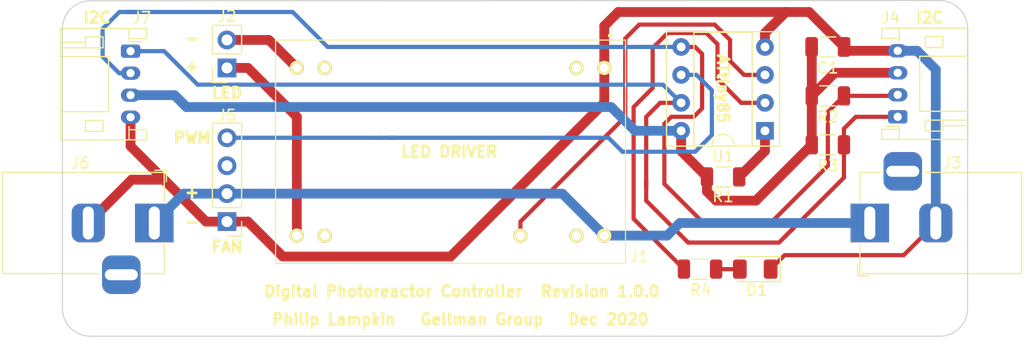
<source format=kicad_pcb>
(kicad_pcb (version 20171130) (host pcbnew "(5.1.8-0-10_14)")

  (general
    (thickness 1.6)
    (drawings 22)
    (tracks 138)
    (zones 0)
    (modules 16)
    (nets 18)
  )

  (page A4)
  (layers
    (0 F.Cu signal)
    (31 B.Cu signal)
    (32 B.Adhes user)
    (33 F.Adhes user)
    (34 B.Paste user)
    (35 F.Paste user)
    (36 B.SilkS user)
    (37 F.SilkS user)
    (38 B.Mask user)
    (39 F.Mask user)
    (40 Dwgs.User user)
    (41 Cmts.User user)
    (42 Eco1.User user)
    (43 Eco2.User user)
    (44 Edge.Cuts user)
    (45 Margin user)
    (46 B.CrtYd user hide)
    (47 F.CrtYd user hide)
    (48 B.Fab user)
    (49 F.Fab user hide)
  )

  (setup
    (last_trace_width 0.25)
    (user_trace_width 0.381)
    (user_trace_width 0.889)
    (trace_clearance 0.2)
    (zone_clearance 0.508)
    (zone_45_only no)
    (trace_min 0.2)
    (via_size 0.8)
    (via_drill 0.4)
    (via_min_size 0.4)
    (via_min_drill 0.3)
    (uvia_size 0.3)
    (uvia_drill 0.1)
    (uvias_allowed no)
    (uvia_min_size 0.2)
    (uvia_min_drill 0.1)
    (edge_width 0.1)
    (segment_width 0.2)
    (pcb_text_width 0.3)
    (pcb_text_size 1.5 1.5)
    (mod_edge_width 0.15)
    (mod_text_size 1 1)
    (mod_text_width 0.15)
    (pad_size 1.524 1.524)
    (pad_drill 0.762)
    (pad_to_mask_clearance 0)
    (aux_axis_origin 0 0)
    (visible_elements FFFFFF7F)
    (pcbplotparams
      (layerselection 0x010fc_ffffffff)
      (usegerberextensions false)
      (usegerberattributes true)
      (usegerberadvancedattributes true)
      (creategerberjobfile true)
      (excludeedgelayer true)
      (linewidth 0.100000)
      (plotframeref false)
      (viasonmask false)
      (mode 1)
      (useauxorigin false)
      (hpglpennumber 1)
      (hpglpenspeed 20)
      (hpglpendiameter 15.000000)
      (psnegative false)
      (psa4output false)
      (plotreference true)
      (plotvalue true)
      (plotinvisibletext false)
      (padsonsilk false)
      (subtractmaskfromsilk false)
      (outputformat 1)
      (mirror false)
      (drillshape 1)
      (scaleselection 1)
      (outputdirectory ""))
  )

  (net 0 "")
  (net 1 GND)
  (net 2 +12V)
  (net 3 +5V)
  (net 4 SDA)
  (net 5 SCL)
  (net 6 PWM_LED)
  (net 7 PWM_FAN)
  (net 8 "Net-(J1-Pad13)")
  (net 9 "Net-(J1-Pad12)")
  (net 10 "Net-(R1-Pad2)")
  (net 11 "Net-(J1-Pad23)")
  (net 12 "Net-(J1-Pad14)")
  (net 13 "Net-(J1-Pad11)")
  (net 14 "Net-(J1-Pad2)")
  (net 15 "Net-(J5-Pad3)")
  (net 16 INDICATOR)
  (net 17 "Net-(D1-Pad2)")

  (net_class Default "This is the default net class."
    (clearance 0.2)
    (trace_width 0.25)
    (via_dia 0.8)
    (via_drill 0.4)
    (uvia_dia 0.3)
    (uvia_drill 0.1)
    (add_net +12V)
    (add_net +5V)
    (add_net GND)
    (add_net INDICATOR)
    (add_net "Net-(D1-Pad2)")
    (add_net "Net-(J1-Pad11)")
    (add_net "Net-(J1-Pad12)")
    (add_net "Net-(J1-Pad13)")
    (add_net "Net-(J1-Pad14)")
    (add_net "Net-(J1-Pad2)")
    (add_net "Net-(J1-Pad23)")
    (add_net "Net-(J5-Pad3)")
    (add_net "Net-(R1-Pad2)")
    (add_net PWM_FAN)
    (add_net PWM_LED)
    (add_net SCL)
    (add_net SDA)
  )

  (module Connector_BarrelJack:BarrelJack_Horizontal (layer F.Cu) (tedit 5A1DBF6A) (tstamp 5FE1C543)
    (at 154.559 109.602 180)
    (descr "DC Barrel Jack")
    (tags "Power Jack")
    (path /5FB80D0D)
    (fp_text reference J3 (at -7.493 5.462) (layer F.SilkS)
      (effects (font (size 1 1) (thickness 0.15)))
    )
    (fp_text value Barrel_Jack (at -6.2 -5.5) (layer F.Fab)
      (effects (font (size 1 1) (thickness 0.15)))
    )
    (fp_line (start -0.003213 -4.505425) (end 0.8 -3.75) (layer F.Fab) (width 0.1))
    (fp_line (start 1.1 -3.75) (end 1.1 -4.8) (layer F.SilkS) (width 0.12))
    (fp_line (start 0.05 -4.8) (end 1.1 -4.8) (layer F.SilkS) (width 0.12))
    (fp_line (start 1 -4.5) (end 1 -4.75) (layer F.CrtYd) (width 0.05))
    (fp_line (start 1 -4.75) (end -14 -4.75) (layer F.CrtYd) (width 0.05))
    (fp_line (start 1 -4.5) (end 1 -2) (layer F.CrtYd) (width 0.05))
    (fp_line (start 1 -2) (end 2 -2) (layer F.CrtYd) (width 0.05))
    (fp_line (start 2 -2) (end 2 2) (layer F.CrtYd) (width 0.05))
    (fp_line (start 2 2) (end 1 2) (layer F.CrtYd) (width 0.05))
    (fp_line (start 1 2) (end 1 4.75) (layer F.CrtYd) (width 0.05))
    (fp_line (start 1 4.75) (end -1 4.75) (layer F.CrtYd) (width 0.05))
    (fp_line (start -1 4.75) (end -1 6.75) (layer F.CrtYd) (width 0.05))
    (fp_line (start -1 6.75) (end -5 6.75) (layer F.CrtYd) (width 0.05))
    (fp_line (start -5 6.75) (end -5 4.75) (layer F.CrtYd) (width 0.05))
    (fp_line (start -5 4.75) (end -14 4.75) (layer F.CrtYd) (width 0.05))
    (fp_line (start -14 4.75) (end -14 -4.75) (layer F.CrtYd) (width 0.05))
    (fp_line (start -5 4.6) (end -13.8 4.6) (layer F.SilkS) (width 0.12))
    (fp_line (start -13.8 4.6) (end -13.8 -4.6) (layer F.SilkS) (width 0.12))
    (fp_line (start 0.9 1.9) (end 0.9 4.6) (layer F.SilkS) (width 0.12))
    (fp_line (start 0.9 4.6) (end -1 4.6) (layer F.SilkS) (width 0.12))
    (fp_line (start -13.8 -4.6) (end 0.9 -4.6) (layer F.SilkS) (width 0.12))
    (fp_line (start 0.9 -4.6) (end 0.9 -2) (layer F.SilkS) (width 0.12))
    (fp_line (start -10.2 -4.5) (end -10.2 4.5) (layer F.Fab) (width 0.1))
    (fp_line (start -13.7 -4.5) (end -13.7 4.5) (layer F.Fab) (width 0.1))
    (fp_line (start -13.7 4.5) (end 0.8 4.5) (layer F.Fab) (width 0.1))
    (fp_line (start 0.8 4.5) (end 0.8 -3.75) (layer F.Fab) (width 0.1))
    (fp_line (start 0 -4.5) (end -13.7 -4.5) (layer F.Fab) (width 0.1))
    (fp_text user %R (at -3 -2.95) (layer F.Fab)
      (effects (font (size 1 1) (thickness 0.15)))
    )
    (pad 3 thru_hole roundrect (at -3 4.7 180) (size 3.5 3.5) (drill oval 3 1) (layers *.Cu *.Mask) (roundrect_rratio 0.25))
    (pad 2 thru_hole roundrect (at -6 0 180) (size 3 3.5) (drill oval 1 3) (layers *.Cu *.Mask) (roundrect_rratio 0.25)
      (net 1 GND))
    (pad 1 thru_hole rect (at 0 0 180) (size 3.5 3.5) (drill oval 1 3) (layers *.Cu *.Mask)
      (net 2 +12V))
    (model ${KISYS3DMOD}/Connector_BarrelJack.3dshapes/BarrelJack_Horizontal.wrl
      (at (xyz 0 0 0))
      (scale (xyz 1 1 1))
      (rotate (xyz 0 0 0))
    )
  )

  (module Resistor_SMD:R_1206_3216Metric (layer F.Cu) (tedit 5F68FEEE) (tstamp 5FEB75B1)
    (at 139.1305 113.792 180)
    (descr "Resistor SMD 1206 (3216 Metric), square (rectangular) end terminal, IPC_7351 nominal, (Body size source: IPC-SM-782 page 72, https://www.pcb-3d.com/wordpress/wp-content/uploads/ipc-sm-782a_amendment_1_and_2.pdf), generated with kicad-footprint-generator")
    (tags resistor)
    (path /5FEBED5D)
    (attr smd)
    (fp_text reference R4 (at -0.0615 -1.905) (layer F.SilkS)
      (effects (font (size 1 1) (thickness 0.15)))
    )
    (fp_text value 470 (at 0 1.82) (layer F.Fab)
      (effects (font (size 1 1) (thickness 0.15)))
    )
    (fp_line (start 2.28 1.12) (end -2.28 1.12) (layer F.CrtYd) (width 0.05))
    (fp_line (start 2.28 -1.12) (end 2.28 1.12) (layer F.CrtYd) (width 0.05))
    (fp_line (start -2.28 -1.12) (end 2.28 -1.12) (layer F.CrtYd) (width 0.05))
    (fp_line (start -2.28 1.12) (end -2.28 -1.12) (layer F.CrtYd) (width 0.05))
    (fp_line (start -0.727064 0.91) (end 0.727064 0.91) (layer F.SilkS) (width 0.12))
    (fp_line (start -0.727064 -0.91) (end 0.727064 -0.91) (layer F.SilkS) (width 0.12))
    (fp_line (start 1.6 0.8) (end -1.6 0.8) (layer F.Fab) (width 0.1))
    (fp_line (start 1.6 -0.8) (end 1.6 0.8) (layer F.Fab) (width 0.1))
    (fp_line (start -1.6 -0.8) (end 1.6 -0.8) (layer F.Fab) (width 0.1))
    (fp_line (start -1.6 0.8) (end -1.6 -0.8) (layer F.Fab) (width 0.1))
    (fp_text user %R (at 0 0) (layer F.Fab)
      (effects (font (size 0.8 0.8) (thickness 0.12)))
    )
    (pad 2 smd roundrect (at 1.4625 0 180) (size 1.125 1.75) (layers F.Cu F.Paste F.Mask) (roundrect_rratio 0.222222)
      (net 16 INDICATOR))
    (pad 1 smd roundrect (at -1.4625 0 180) (size 1.125 1.75) (layers F.Cu F.Paste F.Mask) (roundrect_rratio 0.222222)
      (net 17 "Net-(D1-Pad2)"))
    (model ${KISYS3DMOD}/Resistor_SMD.3dshapes/R_1206_3216Metric.wrl
      (at (xyz 0 0 0))
      (scale (xyz 1 1 1))
      (rotate (xyz 0 0 0))
    )
  )

  (module LED_SMD:LED_1206_3216Metric (layer F.Cu) (tedit 5F68FEF1) (tstamp 5FEB7368)
    (at 144.148 113.792 180)
    (descr "LED SMD 1206 (3216 Metric), square (rectangular) end terminal, IPC_7351 nominal, (Body size source: http://www.tortai-tech.com/upload/download/2011102023233369053.pdf), generated with kicad-footprint-generator")
    (tags LED)
    (path /5FEC213F)
    (attr smd)
    (fp_text reference D1 (at -0.124 -1.905) (layer F.SilkS)
      (effects (font (size 1 1) (thickness 0.15)))
    )
    (fp_text value LED (at 0 1.82) (layer F.Fab)
      (effects (font (size 1 1) (thickness 0.15)))
    )
    (fp_line (start 2.28 1.12) (end -2.28 1.12) (layer F.CrtYd) (width 0.05))
    (fp_line (start 2.28 -1.12) (end 2.28 1.12) (layer F.CrtYd) (width 0.05))
    (fp_line (start -2.28 -1.12) (end 2.28 -1.12) (layer F.CrtYd) (width 0.05))
    (fp_line (start -2.28 1.12) (end -2.28 -1.12) (layer F.CrtYd) (width 0.05))
    (fp_line (start -2.285 1.135) (end 1.6 1.135) (layer F.SilkS) (width 0.12))
    (fp_line (start -2.285 -1.135) (end -2.285 1.135) (layer F.SilkS) (width 0.12))
    (fp_line (start 1.6 -1.135) (end -2.285 -1.135) (layer F.SilkS) (width 0.12))
    (fp_line (start 1.6 0.8) (end 1.6 -0.8) (layer F.Fab) (width 0.1))
    (fp_line (start -1.6 0.8) (end 1.6 0.8) (layer F.Fab) (width 0.1))
    (fp_line (start -1.6 -0.4) (end -1.6 0.8) (layer F.Fab) (width 0.1))
    (fp_line (start -1.2 -0.8) (end -1.6 -0.4) (layer F.Fab) (width 0.1))
    (fp_line (start 1.6 -0.8) (end -1.2 -0.8) (layer F.Fab) (width 0.1))
    (fp_text user %R (at 0 0) (layer F.Fab)
      (effects (font (size 0.8 0.8) (thickness 0.12)))
    )
    (pad 2 smd roundrect (at 1.4 0 180) (size 1.25 1.75) (layers F.Cu F.Paste F.Mask) (roundrect_rratio 0.2)
      (net 17 "Net-(D1-Pad2)"))
    (pad 1 smd roundrect (at -1.4 0 180) (size 1.25 1.75) (layers F.Cu F.Paste F.Mask) (roundrect_rratio 0.2)
      (net 1 GND))
    (model ${KISYS3DMOD}/LED_SMD.3dshapes/LED_1206_3216Metric.wrl
      (at (xyz 0 0 0))
      (scale (xyz 1 1 1))
      (rotate (xyz 0 0 0))
    )
  )

  (module Connector_JST:JST_PH_S4B-PH-K_1x04_P2.00mm_Horizontal (layer F.Cu) (tedit 5B7745C6) (tstamp 5FE1C428)
    (at 87.376 93.98 270)
    (descr "JST PH series connector, S4B-PH-K (http://www.jst-mfg.com/product/pdf/eng/ePH.pdf), generated with kicad-footprint-generator")
    (tags "connector JST PH top entry")
    (path /5FE1AA2F)
    (fp_text reference J7 (at -3.048 -1.016 180) (layer F.SilkS)
      (effects (font (size 1 1) (thickness 0.15)))
    )
    (fp_text value Conn_01x04 (at 3 7.45 90) (layer F.Fab)
      (effects (font (size 1 1) (thickness 0.15)))
    )
    (fp_line (start -0.86 0.14) (end -1.14 0.14) (layer F.SilkS) (width 0.12))
    (fp_line (start -1.14 0.14) (end -1.14 -1.46) (layer F.SilkS) (width 0.12))
    (fp_line (start -1.14 -1.46) (end -2.06 -1.46) (layer F.SilkS) (width 0.12))
    (fp_line (start -2.06 -1.46) (end -2.06 6.36) (layer F.SilkS) (width 0.12))
    (fp_line (start -2.06 6.36) (end 8.06 6.36) (layer F.SilkS) (width 0.12))
    (fp_line (start 8.06 6.36) (end 8.06 -1.46) (layer F.SilkS) (width 0.12))
    (fp_line (start 8.06 -1.46) (end 7.14 -1.46) (layer F.SilkS) (width 0.12))
    (fp_line (start 7.14 -1.46) (end 7.14 0.14) (layer F.SilkS) (width 0.12))
    (fp_line (start 7.14 0.14) (end 6.86 0.14) (layer F.SilkS) (width 0.12))
    (fp_line (start 0.5 6.36) (end 0.5 2) (layer F.SilkS) (width 0.12))
    (fp_line (start 0.5 2) (end 5.5 2) (layer F.SilkS) (width 0.12))
    (fp_line (start 5.5 2) (end 5.5 6.36) (layer F.SilkS) (width 0.12))
    (fp_line (start -2.06 0.14) (end -1.14 0.14) (layer F.SilkS) (width 0.12))
    (fp_line (start 8.06 0.14) (end 7.14 0.14) (layer F.SilkS) (width 0.12))
    (fp_line (start -1.3 2.5) (end -1.3 4.1) (layer F.SilkS) (width 0.12))
    (fp_line (start -1.3 4.1) (end -0.3 4.1) (layer F.SilkS) (width 0.12))
    (fp_line (start -0.3 4.1) (end -0.3 2.5) (layer F.SilkS) (width 0.12))
    (fp_line (start -0.3 2.5) (end -1.3 2.5) (layer F.SilkS) (width 0.12))
    (fp_line (start 7.3 2.5) (end 7.3 4.1) (layer F.SilkS) (width 0.12))
    (fp_line (start 7.3 4.1) (end 6.3 4.1) (layer F.SilkS) (width 0.12))
    (fp_line (start 6.3 4.1) (end 6.3 2.5) (layer F.SilkS) (width 0.12))
    (fp_line (start 6.3 2.5) (end 7.3 2.5) (layer F.SilkS) (width 0.12))
    (fp_line (start -0.3 4.1) (end -0.3 6.36) (layer F.SilkS) (width 0.12))
    (fp_line (start -0.8 4.1) (end -0.8 6.36) (layer F.SilkS) (width 0.12))
    (fp_line (start -2.45 -1.85) (end -2.45 6.75) (layer F.CrtYd) (width 0.05))
    (fp_line (start -2.45 6.75) (end 8.45 6.75) (layer F.CrtYd) (width 0.05))
    (fp_line (start 8.45 6.75) (end 8.45 -1.85) (layer F.CrtYd) (width 0.05))
    (fp_line (start 8.45 -1.85) (end -2.45 -1.85) (layer F.CrtYd) (width 0.05))
    (fp_line (start -1.25 0.25) (end -1.25 -1.35) (layer F.Fab) (width 0.1))
    (fp_line (start -1.25 -1.35) (end -1.95 -1.35) (layer F.Fab) (width 0.1))
    (fp_line (start -1.95 -1.35) (end -1.95 6.25) (layer F.Fab) (width 0.1))
    (fp_line (start -1.95 6.25) (end 7.95 6.25) (layer F.Fab) (width 0.1))
    (fp_line (start 7.95 6.25) (end 7.95 -1.35) (layer F.Fab) (width 0.1))
    (fp_line (start 7.95 -1.35) (end 7.25 -1.35) (layer F.Fab) (width 0.1))
    (fp_line (start 7.25 -1.35) (end 7.25 0.25) (layer F.Fab) (width 0.1))
    (fp_line (start 7.25 0.25) (end -1.25 0.25) (layer F.Fab) (width 0.1))
    (fp_line (start -0.86 0.14) (end -0.86 -1.075) (layer F.SilkS) (width 0.12))
    (fp_line (start 0 0.875) (end -0.5 1.375) (layer F.Fab) (width 0.1))
    (fp_line (start -0.5 1.375) (end 0.5 1.375) (layer F.Fab) (width 0.1))
    (fp_line (start 0.5 1.375) (end 0 0.875) (layer F.Fab) (width 0.1))
    (fp_text user %R (at 3 2.5 90) (layer F.Fab)
      (effects (font (size 1 1) (thickness 0.15)))
    )
    (pad 4 thru_hole oval (at 6 0 270) (size 1.2 1.75) (drill 0.75) (layers *.Cu *.Mask)
      (net 1 GND))
    (pad 3 thru_hole oval (at 4 0 270) (size 1.2 1.75) (drill 0.75) (layers *.Cu *.Mask)
      (net 3 +5V))
    (pad 2 thru_hole oval (at 2 0 270) (size 1.2 1.75) (drill 0.75) (layers *.Cu *.Mask)
      (net 4 SDA))
    (pad 1 thru_hole roundrect (at 0 0 270) (size 1.2 1.75) (drill 0.75) (layers *.Cu *.Mask) (roundrect_rratio 0.208333)
      (net 5 SCL))
    (model ${KISYS3DMOD}/Connector_JST.3dshapes/JST_PH_S4B-PH-K_1x04_P2.00mm_Horizontal.wrl
      (at (xyz 0 0 0))
      (scale (xyz 1 1 1))
      (rotate (xyz 0 0 0))
    )
  )

  (module Connector_BarrelJack:BarrelJack_Horizontal (layer F.Cu) (tedit 5A1DBF6A) (tstamp 5FE1BC2E)
    (at 89.535 109.601)
    (descr "DC Barrel Jack")
    (tags "Power Jack")
    (path /5FE1EB67)
    (fp_text reference J6 (at -6.731 -5.461) (layer F.SilkS)
      (effects (font (size 1 1) (thickness 0.15)))
    )
    (fp_text value Barrel_Jack (at -6.2 -5.5) (layer F.Fab)
      (effects (font (size 1 1) (thickness 0.15)))
    )
    (fp_line (start 0 -4.5) (end -13.7 -4.5) (layer F.Fab) (width 0.1))
    (fp_line (start 0.8 4.5) (end 0.8 -3.75) (layer F.Fab) (width 0.1))
    (fp_line (start -13.7 4.5) (end 0.8 4.5) (layer F.Fab) (width 0.1))
    (fp_line (start -13.7 -4.5) (end -13.7 4.5) (layer F.Fab) (width 0.1))
    (fp_line (start -10.2 -4.5) (end -10.2 4.5) (layer F.Fab) (width 0.1))
    (fp_line (start 0.9 -4.6) (end 0.9 -2) (layer F.SilkS) (width 0.12))
    (fp_line (start -13.8 -4.6) (end 0.9 -4.6) (layer F.SilkS) (width 0.12))
    (fp_line (start 0.9 4.6) (end -1 4.6) (layer F.SilkS) (width 0.12))
    (fp_line (start 0.9 1.9) (end 0.9 4.6) (layer F.SilkS) (width 0.12))
    (fp_line (start -13.8 4.6) (end -13.8 -4.6) (layer F.SilkS) (width 0.12))
    (fp_line (start -5 4.6) (end -13.8 4.6) (layer F.SilkS) (width 0.12))
    (fp_line (start -14 4.75) (end -14 -4.75) (layer F.CrtYd) (width 0.05))
    (fp_line (start -5 4.75) (end -14 4.75) (layer F.CrtYd) (width 0.05))
    (fp_line (start -5 6.75) (end -5 4.75) (layer F.CrtYd) (width 0.05))
    (fp_line (start -1 6.75) (end -5 6.75) (layer F.CrtYd) (width 0.05))
    (fp_line (start -1 4.75) (end -1 6.75) (layer F.CrtYd) (width 0.05))
    (fp_line (start 1 4.75) (end -1 4.75) (layer F.CrtYd) (width 0.05))
    (fp_line (start 1 2) (end 1 4.75) (layer F.CrtYd) (width 0.05))
    (fp_line (start 2 2) (end 1 2) (layer F.CrtYd) (width 0.05))
    (fp_line (start 2 -2) (end 2 2) (layer F.CrtYd) (width 0.05))
    (fp_line (start 1 -2) (end 2 -2) (layer F.CrtYd) (width 0.05))
    (fp_line (start 1 -4.5) (end 1 -2) (layer F.CrtYd) (width 0.05))
    (fp_line (start 1 -4.75) (end -14 -4.75) (layer F.CrtYd) (width 0.05))
    (fp_line (start 1 -4.5) (end 1 -4.75) (layer F.CrtYd) (width 0.05))
    (fp_line (start 0.05 -4.8) (end 1.1 -4.8) (layer F.SilkS) (width 0.12))
    (fp_line (start 1.1 -3.75) (end 1.1 -4.8) (layer F.SilkS) (width 0.12))
    (fp_line (start -0.003213 -4.505425) (end 0.8 -3.75) (layer F.Fab) (width 0.1))
    (fp_text user %R (at -3 -2.95) (layer F.Fab)
      (effects (font (size 1 1) (thickness 0.15)))
    )
    (pad 1 thru_hole rect (at 0 0) (size 3.5 3.5) (drill oval 1 3) (layers *.Cu *.Mask)
      (net 2 +12V))
    (pad 2 thru_hole roundrect (at -6 0) (size 3 3.5) (drill oval 1 3) (layers *.Cu *.Mask) (roundrect_rratio 0.25)
      (net 1 GND))
    (pad 3 thru_hole roundrect (at -3 4.7) (size 3.5 3.5) (drill oval 3 1) (layers *.Cu *.Mask) (roundrect_rratio 0.25))
    (model ${KISYS3DMOD}/Connector_BarrelJack.3dshapes/BarrelJack_Horizontal.wrl
      (at (xyz 0 0 0))
      (scale (xyz 1 1 1))
      (rotate (xyz 0 0 0))
    )
  )

  (module Package_DIP:DIP-8_W7.62mm_Socket (layer F.Cu) (tedit 5A02E8C5) (tstamp 5FE1C3AF)
    (at 145.034 101.219 180)
    (descr "8-lead though-hole mounted DIP package, row spacing 7.62 mm (300 mils), Socket")
    (tags "THT DIP DIL PDIP 2.54mm 7.62mm 300mil Socket")
    (path /5FDCDD75)
    (fp_text reference U1 (at 3.81 -2.33) (layer F.SilkS)
      (effects (font (size 1 1) (thickness 0.15)))
    )
    (fp_text value ATtiny85-20PU (at 3.81 9.95) (layer F.Fab)
      (effects (font (size 1 1) (thickness 0.15)))
    )
    (fp_line (start 9.15 -1.6) (end -1.55 -1.6) (layer F.CrtYd) (width 0.05))
    (fp_line (start 9.15 9.2) (end 9.15 -1.6) (layer F.CrtYd) (width 0.05))
    (fp_line (start -1.55 9.2) (end 9.15 9.2) (layer F.CrtYd) (width 0.05))
    (fp_line (start -1.55 -1.6) (end -1.55 9.2) (layer F.CrtYd) (width 0.05))
    (fp_line (start 8.95 -1.39) (end -1.33 -1.39) (layer F.SilkS) (width 0.12))
    (fp_line (start 8.95 9.01) (end 8.95 -1.39) (layer F.SilkS) (width 0.12))
    (fp_line (start -1.33 9.01) (end 8.95 9.01) (layer F.SilkS) (width 0.12))
    (fp_line (start -1.33 -1.39) (end -1.33 9.01) (layer F.SilkS) (width 0.12))
    (fp_line (start 6.46 -1.33) (end 4.81 -1.33) (layer F.SilkS) (width 0.12))
    (fp_line (start 6.46 8.95) (end 6.46 -1.33) (layer F.SilkS) (width 0.12))
    (fp_line (start 1.16 8.95) (end 6.46 8.95) (layer F.SilkS) (width 0.12))
    (fp_line (start 1.16 -1.33) (end 1.16 8.95) (layer F.SilkS) (width 0.12))
    (fp_line (start 2.81 -1.33) (end 1.16 -1.33) (layer F.SilkS) (width 0.12))
    (fp_line (start 8.89 -1.33) (end -1.27 -1.33) (layer F.Fab) (width 0.1))
    (fp_line (start 8.89 8.95) (end 8.89 -1.33) (layer F.Fab) (width 0.1))
    (fp_line (start -1.27 8.95) (end 8.89 8.95) (layer F.Fab) (width 0.1))
    (fp_line (start -1.27 -1.33) (end -1.27 8.95) (layer F.Fab) (width 0.1))
    (fp_line (start 0.635 -0.27) (end 1.635 -1.27) (layer F.Fab) (width 0.1))
    (fp_line (start 0.635 8.89) (end 0.635 -0.27) (layer F.Fab) (width 0.1))
    (fp_line (start 6.985 8.89) (end 0.635 8.89) (layer F.Fab) (width 0.1))
    (fp_line (start 6.985 -1.27) (end 6.985 8.89) (layer F.Fab) (width 0.1))
    (fp_line (start 1.635 -1.27) (end 6.985 -1.27) (layer F.Fab) (width 0.1))
    (fp_text user %R (at 3.81 3.81) (layer F.Fab)
      (effects (font (size 1 1) (thickness 0.15)))
    )
    (fp_arc (start 3.81 -1.33) (end 2.81 -1.33) (angle -180) (layer F.SilkS) (width 0.12))
    (pad 8 thru_hole oval (at 7.62 0 180) (size 1.6 1.6) (drill 0.8) (layers *.Cu *.Mask)
      (net 3 +5V))
    (pad 4 thru_hole oval (at 0 7.62 180) (size 1.6 1.6) (drill 0.8) (layers *.Cu *.Mask)
      (net 1 GND))
    (pad 7 thru_hole oval (at 7.62 2.54 180) (size 1.6 1.6) (drill 0.8) (layers *.Cu *.Mask)
      (net 5 SCL))
    (pad 3 thru_hole oval (at 0 5.08 180) (size 1.6 1.6) (drill 0.8) (layers *.Cu *.Mask)
      (net 6 PWM_LED))
    (pad 6 thru_hole oval (at 7.62 5.08 180) (size 1.6 1.6) (drill 0.8) (layers *.Cu *.Mask)
      (net 7 PWM_FAN))
    (pad 2 thru_hole oval (at 0 2.54 180) (size 1.6 1.6) (drill 0.8) (layers *.Cu *.Mask)
      (net 16 INDICATOR))
    (pad 5 thru_hole oval (at 7.62 7.62 180) (size 1.6 1.6) (drill 0.8) (layers *.Cu *.Mask)
      (net 4 SDA))
    (pad 1 thru_hole rect (at 0 0 180) (size 1.6 1.6) (drill 0.8) (layers *.Cu *.Mask)
      (net 10 "Net-(R1-Pad2)"))
    (model ${KISYS3DMOD}/Package_DIP.3dshapes/DIP-8_W7.62mm_Socket.wrl
      (at (xyz 0 0 0))
      (scale (xyz 1 1 1))
      (rotate (xyz 0 0 0))
    )
  )

  (module MountingHole:MountingHole_3.7mm (layer F.Cu) (tedit 56D1B4CB) (tstamp 5FEB7DC6)
    (at 150.368 117.348 180)
    (descr "Mounting Hole 3.7mm, no annular")
    (tags "mounting hole 3.7mm no annular")
    (attr virtual)
    (fp_text reference REF** (at 0 -4.7) (layer F.SilkS) hide
      (effects (font (size 1 1) (thickness 0.15)))
    )
    (fp_text value MountingHole_3.7mm (at 0 4.7) (layer F.Fab) hide
      (effects (font (size 1 1) (thickness 0.15)))
    )
    (fp_circle (center 0 0) (end 3.95 0) (layer F.CrtYd) (width 0.05))
    (fp_circle (center 0 0) (end 3.7 0) (layer Cmts.User) (width 0.15))
    (fp_text user %R (at 0.3 0) (layer F.Fab)
      (effects (font (size 1 1) (thickness 0.15)))
    )
    (pad 1 np_thru_hole circle (at 0 0 180) (size 3.7 3.7) (drill 3.7) (layers *.Cu *.Mask))
  )

  (module MountingHole:MountingHole_3.7mm (layer F.Cu) (tedit 56D1B4CB) (tstamp 5FE1C6F3)
    (at 93.98 117.348 180)
    (descr "Mounting Hole 3.7mm, no annular")
    (tags "mounting hole 3.7mm no annular")
    (attr virtual)
    (fp_text reference REF** (at 0 -4.7) (layer F.SilkS) hide
      (effects (font (size 1 1) (thickness 0.15)))
    )
    (fp_text value MountingHole_3.7mm (at 0 4.7) (layer F.Fab) hide
      (effects (font (size 1 1) (thickness 0.15)))
    )
    (fp_circle (center 0 0) (end 3.7 0) (layer Cmts.User) (width 0.15))
    (fp_circle (center 0 0) (end 3.95 0) (layer F.CrtYd) (width 0.05))
    (fp_text user %R (at 0.3 0) (layer F.Fab)
      (effects (font (size 1 1) (thickness 0.15)))
    )
    (pad 1 np_thru_hole circle (at 0 0 180) (size 3.7 3.7) (drill 3.7) (layers *.Cu *.Mask))
  )

  (module Connector_PinHeader_2.54mm:PinHeader_1x04_P2.54mm_Vertical (layer F.Cu) (tedit 59FED5CC) (tstamp 5FE1C6BE)
    (at 96.139 109.474 180)
    (descr "Through hole straight pin header, 1x04, 2.54mm pitch, single row")
    (tags "Through hole pin header THT 1x04 2.54mm single row")
    (path /5FDF07F8)
    (fp_text reference J5 (at 0 9.652) (layer F.SilkS)
      (effects (font (size 1 1) (thickness 0.15)))
    )
    (fp_text value Conn_01x04 (at 0 9.95) (layer F.Fab)
      (effects (font (size 1 1) (thickness 0.15)))
    )
    (fp_line (start -0.635 -1.27) (end 1.27 -1.27) (layer F.Fab) (width 0.1))
    (fp_line (start 1.27 -1.27) (end 1.27 8.89) (layer F.Fab) (width 0.1))
    (fp_line (start 1.27 8.89) (end -1.27 8.89) (layer F.Fab) (width 0.1))
    (fp_line (start -1.27 8.89) (end -1.27 -0.635) (layer F.Fab) (width 0.1))
    (fp_line (start -1.27 -0.635) (end -0.635 -1.27) (layer F.Fab) (width 0.1))
    (fp_line (start -1.33 8.95) (end 1.33 8.95) (layer F.SilkS) (width 0.12))
    (fp_line (start -1.33 1.27) (end -1.33 8.95) (layer F.SilkS) (width 0.12))
    (fp_line (start 1.33 1.27) (end 1.33 8.95) (layer F.SilkS) (width 0.12))
    (fp_line (start -1.33 1.27) (end 1.33 1.27) (layer F.SilkS) (width 0.12))
    (fp_line (start -1.33 0) (end -1.33 -1.33) (layer F.SilkS) (width 0.12))
    (fp_line (start -1.33 -1.33) (end 0 -1.33) (layer F.SilkS) (width 0.12))
    (fp_line (start -1.8 -1.8) (end -1.8 9.4) (layer F.CrtYd) (width 0.05))
    (fp_line (start -1.8 9.4) (end 1.8 9.4) (layer F.CrtYd) (width 0.05))
    (fp_line (start 1.8 9.4) (end 1.8 -1.8) (layer F.CrtYd) (width 0.05))
    (fp_line (start 1.8 -1.8) (end -1.8 -1.8) (layer F.CrtYd) (width 0.05))
    (fp_text user %R (at 0 3.81 90) (layer F.Fab)
      (effects (font (size 1 1) (thickness 0.15)))
    )
    (pad 4 thru_hole oval (at 0 7.62 180) (size 1.7 1.7) (drill 1) (layers *.Cu *.Mask)
      (net 7 PWM_FAN))
    (pad 3 thru_hole oval (at 0 5.08 180) (size 1.7 1.7) (drill 1) (layers *.Cu *.Mask)
      (net 15 "Net-(J5-Pad3)"))
    (pad 2 thru_hole oval (at 0 2.54 180) (size 1.7 1.7) (drill 1) (layers *.Cu *.Mask)
      (net 2 +12V))
    (pad 1 thru_hole rect (at 0 0 180) (size 1.7 1.7) (drill 1) (layers *.Cu *.Mask)
      (net 1 GND))
    (model ${KISYS3DMOD}/Connector_PinHeader_2.54mm.3dshapes/PinHeader_1x04_P2.54mm_Vertical.wrl
      (at (xyz 0 0 0))
      (scale (xyz 1 1 1))
      (rotate (xyz 0 0 0))
    )
  )

  (module Resistor_SMD:R_1206_3216Metric (layer F.Cu) (tedit 5F68FEEE) (tstamp 5FE1C687)
    (at 150.749 102.489)
    (descr "Resistor SMD 1206 (3216 Metric), square (rectangular) end terminal, IPC_7351 nominal, (Body size source: IPC-SM-782 page 72, https://www.pcb-3d.com/wordpress/wp-content/uploads/ipc-sm-782a_amendment_1_and_2.pdf), generated with kicad-footprint-generator")
    (tags resistor)
    (path /5FC37DBD)
    (attr smd)
    (fp_text reference R3 (at 0 1.905) (layer F.SilkS)
      (effects (font (size 1 1) (thickness 0.15)))
    )
    (fp_text value 4.7K (at 0 1.82) (layer F.Fab)
      (effects (font (size 1 1) (thickness 0.15)))
    )
    (fp_line (start -1.6 0.8) (end -1.6 -0.8) (layer F.Fab) (width 0.1))
    (fp_line (start -1.6 -0.8) (end 1.6 -0.8) (layer F.Fab) (width 0.1))
    (fp_line (start 1.6 -0.8) (end 1.6 0.8) (layer F.Fab) (width 0.1))
    (fp_line (start 1.6 0.8) (end -1.6 0.8) (layer F.Fab) (width 0.1))
    (fp_line (start -0.727064 -0.91) (end 0.727064 -0.91) (layer F.SilkS) (width 0.12))
    (fp_line (start -0.727064 0.91) (end 0.727064 0.91) (layer F.SilkS) (width 0.12))
    (fp_line (start -2.28 1.12) (end -2.28 -1.12) (layer F.CrtYd) (width 0.05))
    (fp_line (start -2.28 -1.12) (end 2.28 -1.12) (layer F.CrtYd) (width 0.05))
    (fp_line (start 2.28 -1.12) (end 2.28 1.12) (layer F.CrtYd) (width 0.05))
    (fp_line (start 2.28 1.12) (end -2.28 1.12) (layer F.CrtYd) (width 0.05))
    (fp_text user %R (at 0 0) (layer F.Fab)
      (effects (font (size 0.8 0.8) (thickness 0.12)))
    )
    (pad 2 smd roundrect (at 1.4625 0) (size 1.125 1.75) (layers F.Cu F.Paste F.Mask) (roundrect_rratio 0.222222)
      (net 5 SCL))
    (pad 1 smd roundrect (at -1.4625 0) (size 1.125 1.75) (layers F.Cu F.Paste F.Mask) (roundrect_rratio 0.222222)
      (net 3 +5V))
    (model ${KISYS3DMOD}/Resistor_SMD.3dshapes/R_1206_3216Metric.wrl
      (at (xyz 0 0 0))
      (scale (xyz 1 1 1))
      (rotate (xyz 0 0 0))
    )
  )

  (module Resistor_SMD:R_1206_3216Metric (layer F.Cu) (tedit 5F68FEEE) (tstamp 5FE1C657)
    (at 150.749 98.044)
    (descr "Resistor SMD 1206 (3216 Metric), square (rectangular) end terminal, IPC_7351 nominal, (Body size source: IPC-SM-782 page 72, https://www.pcb-3d.com/wordpress/wp-content/uploads/ipc-sm-782a_amendment_1_and_2.pdf), generated with kicad-footprint-generator")
    (tags resistor)
    (path /5FC38333)
    (attr smd)
    (fp_text reference R2 (at 0 1.905) (layer F.SilkS)
      (effects (font (size 1 1) (thickness 0.15)))
    )
    (fp_text value 4.7K (at 0 1.82) (layer F.Fab)
      (effects (font (size 1 1) (thickness 0.15)))
    )
    (fp_line (start -1.6 0.8) (end -1.6 -0.8) (layer F.Fab) (width 0.1))
    (fp_line (start -1.6 -0.8) (end 1.6 -0.8) (layer F.Fab) (width 0.1))
    (fp_line (start 1.6 -0.8) (end 1.6 0.8) (layer F.Fab) (width 0.1))
    (fp_line (start 1.6 0.8) (end -1.6 0.8) (layer F.Fab) (width 0.1))
    (fp_line (start -0.727064 -0.91) (end 0.727064 -0.91) (layer F.SilkS) (width 0.12))
    (fp_line (start -0.727064 0.91) (end 0.727064 0.91) (layer F.SilkS) (width 0.12))
    (fp_line (start -2.28 1.12) (end -2.28 -1.12) (layer F.CrtYd) (width 0.05))
    (fp_line (start -2.28 -1.12) (end 2.28 -1.12) (layer F.CrtYd) (width 0.05))
    (fp_line (start 2.28 -1.12) (end 2.28 1.12) (layer F.CrtYd) (width 0.05))
    (fp_line (start 2.28 1.12) (end -2.28 1.12) (layer F.CrtYd) (width 0.05))
    (fp_text user %R (at 0 0) (layer F.Fab)
      (effects (font (size 0.8 0.8) (thickness 0.12)))
    )
    (pad 2 smd roundrect (at 1.4625 0) (size 1.125 1.75) (layers F.Cu F.Paste F.Mask) (roundrect_rratio 0.222222)
      (net 4 SDA))
    (pad 1 smd roundrect (at -1.4625 0) (size 1.125 1.75) (layers F.Cu F.Paste F.Mask) (roundrect_rratio 0.222222)
      (net 3 +5V))
    (model ${KISYS3DMOD}/Resistor_SMD.3dshapes/R_1206_3216Metric.wrl
      (at (xyz 0 0 0))
      (scale (xyz 1 1 1))
      (rotate (xyz 0 0 0))
    )
  )

  (module Resistor_SMD:R_1206_3216Metric (layer F.Cu) (tedit 5F68FEEE) (tstamp 5FE1C627)
    (at 141.224 105.41)
    (descr "Resistor SMD 1206 (3216 Metric), square (rectangular) end terminal, IPC_7351 nominal, (Body size source: IPC-SM-782 page 72, https://www.pcb-3d.com/wordpress/wp-content/uploads/ipc-sm-782a_amendment_1_and_2.pdf), generated with kicad-footprint-generator")
    (tags resistor)
    (path /5FB960BA)
    (attr smd)
    (fp_text reference R1 (at 0 1.778) (layer F.SilkS)
      (effects (font (size 1 1) (thickness 0.15)))
    )
    (fp_text value 10K (at 0 1.82) (layer F.Fab)
      (effects (font (size 1 1) (thickness 0.15)))
    )
    (fp_line (start -1.6 0.8) (end -1.6 -0.8) (layer F.Fab) (width 0.1))
    (fp_line (start -1.6 -0.8) (end 1.6 -0.8) (layer F.Fab) (width 0.1))
    (fp_line (start 1.6 -0.8) (end 1.6 0.8) (layer F.Fab) (width 0.1))
    (fp_line (start 1.6 0.8) (end -1.6 0.8) (layer F.Fab) (width 0.1))
    (fp_line (start -0.727064 -0.91) (end 0.727064 -0.91) (layer F.SilkS) (width 0.12))
    (fp_line (start -0.727064 0.91) (end 0.727064 0.91) (layer F.SilkS) (width 0.12))
    (fp_line (start -2.28 1.12) (end -2.28 -1.12) (layer F.CrtYd) (width 0.05))
    (fp_line (start -2.28 -1.12) (end 2.28 -1.12) (layer F.CrtYd) (width 0.05))
    (fp_line (start 2.28 -1.12) (end 2.28 1.12) (layer F.CrtYd) (width 0.05))
    (fp_line (start 2.28 1.12) (end -2.28 1.12) (layer F.CrtYd) (width 0.05))
    (fp_text user %R (at 0 0) (layer F.Fab)
      (effects (font (size 0.8 0.8) (thickness 0.12)))
    )
    (pad 2 smd roundrect (at 1.4625 0) (size 1.125 1.75) (layers F.Cu F.Paste F.Mask) (roundrect_rratio 0.222222)
      (net 10 "Net-(R1-Pad2)"))
    (pad 1 smd roundrect (at -1.4625 0) (size 1.125 1.75) (layers F.Cu F.Paste F.Mask) (roundrect_rratio 0.222222)
      (net 3 +5V))
    (model ${KISYS3DMOD}/Resistor_SMD.3dshapes/R_1206_3216Metric.wrl
      (at (xyz 0 0 0))
      (scale (xyz 1 1 1))
      (rotate (xyz 0 0 0))
    )
  )

  (module Connector_JST:JST_PH_S4B-PH-K_1x04_P2.00mm_Horizontal (layer F.Cu) (tedit 5B7745C6) (tstamp 5FE1D341)
    (at 157.099 99.949 90)
    (descr "JST PH series connector, S4B-PH-K (http://www.jst-mfg.com/product/pdf/eng/ePH.pdf), generated with kicad-footprint-generator")
    (tags "connector JST PH top entry")
    (path /5FBC8C0C)
    (fp_text reference J4 (at 9.017 -0.635) (layer F.SilkS)
      (effects (font (size 1 1) (thickness 0.15)))
    )
    (fp_text value Conn_01x04 (at 3 7.45 90) (layer F.Fab)
      (effects (font (size 1 1) (thickness 0.15)))
    )
    (fp_line (start -0.86 0.14) (end -1.14 0.14) (layer F.SilkS) (width 0.12))
    (fp_line (start -1.14 0.14) (end -1.14 -1.46) (layer F.SilkS) (width 0.12))
    (fp_line (start -1.14 -1.46) (end -2.06 -1.46) (layer F.SilkS) (width 0.12))
    (fp_line (start -2.06 -1.46) (end -2.06 6.36) (layer F.SilkS) (width 0.12))
    (fp_line (start -2.06 6.36) (end 8.06 6.36) (layer F.SilkS) (width 0.12))
    (fp_line (start 8.06 6.36) (end 8.06 -1.46) (layer F.SilkS) (width 0.12))
    (fp_line (start 8.06 -1.46) (end 7.14 -1.46) (layer F.SilkS) (width 0.12))
    (fp_line (start 7.14 -1.46) (end 7.14 0.14) (layer F.SilkS) (width 0.12))
    (fp_line (start 7.14 0.14) (end 6.86 0.14) (layer F.SilkS) (width 0.12))
    (fp_line (start 0.5 6.36) (end 0.5 2) (layer F.SilkS) (width 0.12))
    (fp_line (start 0.5 2) (end 5.5 2) (layer F.SilkS) (width 0.12))
    (fp_line (start 5.5 2) (end 5.5 6.36) (layer F.SilkS) (width 0.12))
    (fp_line (start -2.06 0.14) (end -1.14 0.14) (layer F.SilkS) (width 0.12))
    (fp_line (start 8.06 0.14) (end 7.14 0.14) (layer F.SilkS) (width 0.12))
    (fp_line (start -1.3 2.5) (end -1.3 4.1) (layer F.SilkS) (width 0.12))
    (fp_line (start -1.3 4.1) (end -0.3 4.1) (layer F.SilkS) (width 0.12))
    (fp_line (start -0.3 4.1) (end -0.3 2.5) (layer F.SilkS) (width 0.12))
    (fp_line (start -0.3 2.5) (end -1.3 2.5) (layer F.SilkS) (width 0.12))
    (fp_line (start 7.3 2.5) (end 7.3 4.1) (layer F.SilkS) (width 0.12))
    (fp_line (start 7.3 4.1) (end 6.3 4.1) (layer F.SilkS) (width 0.12))
    (fp_line (start 6.3 4.1) (end 6.3 2.5) (layer F.SilkS) (width 0.12))
    (fp_line (start 6.3 2.5) (end 7.3 2.5) (layer F.SilkS) (width 0.12))
    (fp_line (start -0.3 4.1) (end -0.3 6.36) (layer F.SilkS) (width 0.12))
    (fp_line (start -0.8 4.1) (end -0.8 6.36) (layer F.SilkS) (width 0.12))
    (fp_line (start -2.45 -1.85) (end -2.45 6.75) (layer F.CrtYd) (width 0.05))
    (fp_line (start -2.45 6.75) (end 8.45 6.75) (layer F.CrtYd) (width 0.05))
    (fp_line (start 8.45 6.75) (end 8.45 -1.85) (layer F.CrtYd) (width 0.05))
    (fp_line (start 8.45 -1.85) (end -2.45 -1.85) (layer F.CrtYd) (width 0.05))
    (fp_line (start -1.25 0.25) (end -1.25 -1.35) (layer F.Fab) (width 0.1))
    (fp_line (start -1.25 -1.35) (end -1.95 -1.35) (layer F.Fab) (width 0.1))
    (fp_line (start -1.95 -1.35) (end -1.95 6.25) (layer F.Fab) (width 0.1))
    (fp_line (start -1.95 6.25) (end 7.95 6.25) (layer F.Fab) (width 0.1))
    (fp_line (start 7.95 6.25) (end 7.95 -1.35) (layer F.Fab) (width 0.1))
    (fp_line (start 7.95 -1.35) (end 7.25 -1.35) (layer F.Fab) (width 0.1))
    (fp_line (start 7.25 -1.35) (end 7.25 0.25) (layer F.Fab) (width 0.1))
    (fp_line (start 7.25 0.25) (end -1.25 0.25) (layer F.Fab) (width 0.1))
    (fp_line (start -0.86 0.14) (end -0.86 -1.075) (layer F.SilkS) (width 0.12))
    (fp_line (start 0 0.875) (end -0.5 1.375) (layer F.Fab) (width 0.1))
    (fp_line (start -0.5 1.375) (end 0.5 1.375) (layer F.Fab) (width 0.1))
    (fp_line (start 0.5 1.375) (end 0 0.875) (layer F.Fab) (width 0.1))
    (fp_text user %R (at 3 2.5 90) (layer F.Fab)
      (effects (font (size 1 1) (thickness 0.15)))
    )
    (pad 4 thru_hole oval (at 6 0 90) (size 1.2 1.75) (drill 0.75) (layers *.Cu *.Mask)
      (net 1 GND))
    (pad 3 thru_hole oval (at 4 0 90) (size 1.2 1.75) (drill 0.75) (layers *.Cu *.Mask)
      (net 3 +5V))
    (pad 2 thru_hole oval (at 2 0 90) (size 1.2 1.75) (drill 0.75) (layers *.Cu *.Mask)
      (net 4 SDA))
    (pad 1 thru_hole roundrect (at 0 0 90) (size 1.2 1.75) (drill 0.75) (layers *.Cu *.Mask) (roundrect_rratio 0.208333)
      (net 5 SCL))
    (model ${KISYS3DMOD}/Connector_JST.3dshapes/JST_PH_S4B-PH-K_1x04_P2.00mm_Horizontal.wrl
      (at (xyz 0 0 0))
      (scale (xyz 1 1 1))
      (rotate (xyz 0 0 0))
    )
  )

  (module Connector_PinSocket_2.54mm:PinSocket_1x02_P2.54mm_Vertical (layer F.Cu) (tedit 5A19A420) (tstamp 5FE1C72B)
    (at 96.139 95.504 180)
    (descr "Through hole straight socket strip, 1x02, 2.54mm pitch, single row (from Kicad 4.0.7), script generated")
    (tags "Through hole socket strip THT 1x02 2.54mm single row")
    (path /5FB5EC11)
    (fp_text reference J2 (at 0 4.699) (layer F.SilkS)
      (effects (font (size 1 1) (thickness 0.15)))
    )
    (fp_text value Conn_01x02 (at 0 5.31) (layer F.Fab)
      (effects (font (size 1 1) (thickness 0.15)))
    )
    (fp_line (start -1.8 4.3) (end -1.8 -1.8) (layer F.CrtYd) (width 0.05))
    (fp_line (start 1.75 4.3) (end -1.8 4.3) (layer F.CrtYd) (width 0.05))
    (fp_line (start 1.75 -1.8) (end 1.75 4.3) (layer F.CrtYd) (width 0.05))
    (fp_line (start -1.8 -1.8) (end 1.75 -1.8) (layer F.CrtYd) (width 0.05))
    (fp_line (start 0 -1.33) (end 1.33 -1.33) (layer F.SilkS) (width 0.12))
    (fp_line (start 1.33 -1.33) (end 1.33 0) (layer F.SilkS) (width 0.12))
    (fp_line (start 1.33 1.27) (end 1.33 3.87) (layer F.SilkS) (width 0.12))
    (fp_line (start -1.33 3.87) (end 1.33 3.87) (layer F.SilkS) (width 0.12))
    (fp_line (start -1.33 1.27) (end -1.33 3.87) (layer F.SilkS) (width 0.12))
    (fp_line (start -1.33 1.27) (end 1.33 1.27) (layer F.SilkS) (width 0.12))
    (fp_line (start -1.27 3.81) (end -1.27 -1.27) (layer F.Fab) (width 0.1))
    (fp_line (start 1.27 3.81) (end -1.27 3.81) (layer F.Fab) (width 0.1))
    (fp_line (start 1.27 -0.635) (end 1.27 3.81) (layer F.Fab) (width 0.1))
    (fp_line (start 0.635 -1.27) (end 1.27 -0.635) (layer F.Fab) (width 0.1))
    (fp_line (start -1.27 -1.27) (end 0.635 -1.27) (layer F.Fab) (width 0.1))
    (fp_text user %R (at 0 1.27 90) (layer F.Fab)
      (effects (font (size 1 1) (thickness 0.15)))
    )
    (pad 1 thru_hole rect (at 0 0 180) (size 1.7 1.7) (drill 1) (layers *.Cu *.Mask)
      (net 8 "Net-(J1-Pad13)"))
    (pad 2 thru_hole oval (at 0 2.54 180) (size 1.7 1.7) (drill 1) (layers *.Cu *.Mask)
      (net 9 "Net-(J1-Pad12)"))
    (model ${KISYS3DMOD}/Connector_PinSocket_2.54mm.3dshapes/PinSocket_1x02_P2.54mm_Vertical.wrl
      (at (xyz 0 0 0))
      (scale (xyz 1 1 1))
      (rotate (xyz 0 0 0))
    )
  )

  (module LDD-1500L:LDD1500L (layer F.Cu) (tedit 5FD2F8E2) (tstamp 5FE1C4E6)
    (at 130.429 95.504 270)
    (descr LDD-1500L-2)
    (tags Connector)
    (path /5FD3EABF)
    (fp_text reference J1 (at 17.145 -3.175 180) (layer F.SilkS)
      (effects (font (size 1 1) (thickness 0.15)))
    )
    (fp_text value LDD-1500L (at 7.395 13.97 90) (layer F.SilkS) hide
      (effects (font (size 1.27 1.27) (thickness 0.254)))
    )
    (fp_line (start -2.98 -0.53) (end -2.98 -0.53) (layer F.SilkS) (width 0.3))
    (fp_line (start -2.88 -0.53) (end -2.88 -0.53) (layer F.SilkS) (width 0.3))
    (fp_line (start -3.98 30.87) (end -3.98 -2.93) (layer Dwgs.User) (width 0.1))
    (fp_line (start 18.77 30.87) (end -3.98 30.87) (layer Dwgs.User) (width 0.1))
    (fp_line (start 18.77 -2.93) (end 18.77 30.87) (layer Dwgs.User) (width 0.1))
    (fp_line (start -3.98 -2.93) (end 18.77 -2.93) (layer Dwgs.User) (width 0.1))
    (fp_line (start -2.53 29.87) (end -2.53 -1.93) (layer F.SilkS) (width 0.1))
    (fp_line (start 17.77 29.87) (end -2.53 29.87) (layer F.SilkS) (width 0.1))
    (fp_line (start 17.77 -1.93) (end 17.77 29.87) (layer F.SilkS) (width 0.1))
    (fp_line (start -2.53 -1.93) (end 17.77 -1.93) (layer F.SilkS) (width 0.1))
    (fp_line (start -2.53 29.87) (end -2.53 -1.93) (layer Dwgs.User) (width 0.2))
    (fp_line (start 17.77 29.87) (end -2.53 29.87) (layer Dwgs.User) (width 0.2))
    (fp_line (start 17.77 -1.93) (end 17.77 29.87) (layer Dwgs.User) (width 0.2))
    (fp_line (start -2.53 -1.93) (end 17.77 -1.93) (layer Dwgs.User) (width 0.2))
    (fp_arc (start -2.93 -0.53) (end -2.98 -0.53) (angle -180) (layer F.SilkS) (width 0.3))
    (fp_arc (start -2.93 -0.53) (end -2.88 -0.53) (angle -180) (layer F.SilkS) (width 0.3))
    (pad 24 thru_hole circle (at 15.24 0) (size 1.3 1.3) (drill 0.8) (layers *.Cu *.Mask F.SilkS)
      (net 2 +12V))
    (pad 23 thru_hole circle (at 15.24 2.54) (size 1.3 1.3) (drill 0.8) (layers *.Cu *.Mask F.SilkS)
      (net 11 "Net-(J1-Pad23)"))
    (pad 21 thru_hole circle (at 15.24 7.62) (size 1.3 1.3) (drill 0.8) (layers *.Cu *.Mask F.SilkS)
      (net 6 PWM_LED))
    (pad 14 thru_hole circle (at 15.24 25.4) (size 1.3 1.3) (drill 0.8) (layers *.Cu *.Mask F.SilkS)
      (net 12 "Net-(J1-Pad14)"))
    (pad 13 thru_hole circle (at 15.24 27.94) (size 1.3 1.3) (drill 0.8) (layers *.Cu *.Mask F.SilkS)
      (net 8 "Net-(J1-Pad13)"))
    (pad 12 thru_hole circle (at 0 27.94) (size 1.3 1.3) (drill 0.8) (layers *.Cu *.Mask F.SilkS)
      (net 9 "Net-(J1-Pad12)"))
    (pad 11 thru_hole circle (at 0 25.4) (size 1.3 1.3) (drill 0.8) (layers *.Cu *.Mask F.SilkS)
      (net 13 "Net-(J1-Pad11)"))
    (pad 2 thru_hole circle (at 0 2.54) (size 1.3 1.3) (drill 0.8) (layers *.Cu *.Mask F.SilkS)
      (net 14 "Net-(J1-Pad2)"))
    (pad 1 thru_hole circle (at 0 0) (size 1.3 1.3) (drill 0.8) (layers *.Cu *.Mask F.SilkS)
      (net 1 GND))
  )

  (module Capacitor_SMD:C_1206_3216Metric (layer F.Cu) (tedit 5F68FEEE) (tstamp 5FE1C4AA)
    (at 150.749 93.599)
    (descr "Capacitor SMD 1206 (3216 Metric), square (rectangular) end terminal, IPC_7351 nominal, (Body size source: IPC-SM-782 page 76, https://www.pcb-3d.com/wordpress/wp-content/uploads/ipc-sm-782a_amendment_1_and_2.pdf), generated with kicad-footprint-generator")
    (tags capacitor)
    (path /5FCFAC53)
    (attr smd)
    (fp_text reference C1 (at 0 1.905) (layer F.SilkS)
      (effects (font (size 1 1) (thickness 0.15)))
    )
    (fp_text value 0.1uF (at 0 1.85) (layer F.Fab)
      (effects (font (size 1 1) (thickness 0.15)))
    )
    (fp_line (start -1.6 0.8) (end -1.6 -0.8) (layer F.Fab) (width 0.1))
    (fp_line (start -1.6 -0.8) (end 1.6 -0.8) (layer F.Fab) (width 0.1))
    (fp_line (start 1.6 -0.8) (end 1.6 0.8) (layer F.Fab) (width 0.1))
    (fp_line (start 1.6 0.8) (end -1.6 0.8) (layer F.Fab) (width 0.1))
    (fp_line (start -0.711252 -0.91) (end 0.711252 -0.91) (layer F.SilkS) (width 0.12))
    (fp_line (start -0.711252 0.91) (end 0.711252 0.91) (layer F.SilkS) (width 0.12))
    (fp_line (start -2.3 1.15) (end -2.3 -1.15) (layer F.CrtYd) (width 0.05))
    (fp_line (start -2.3 -1.15) (end 2.3 -1.15) (layer F.CrtYd) (width 0.05))
    (fp_line (start 2.3 -1.15) (end 2.3 1.15) (layer F.CrtYd) (width 0.05))
    (fp_line (start 2.3 1.15) (end -2.3 1.15) (layer F.CrtYd) (width 0.05))
    (fp_text user %R (at 0 0) (layer F.Fab)
      (effects (font (size 0.8 0.8) (thickness 0.12)))
    )
    (pad 2 smd roundrect (at 1.475 0) (size 1.15 1.8) (layers F.Cu F.Paste F.Mask) (roundrect_rratio 0.217391)
      (net 1 GND))
    (pad 1 smd roundrect (at -1.475 0) (size 1.15 1.8) (layers F.Cu F.Paste F.Mask) (roundrect_rratio 0.217391)
      (net 3 +5V))
    (model ${KISYS3DMOD}/Capacitor_SMD.3dshapes/C_1206_3216Metric.wrl
      (at (xyz 0 0 0))
      (scale (xyz 1 1 1))
      (rotate (xyz 0 0 0))
    )
  )

  (gr_text I2C (at 84.328 90.932) (layer F.SilkS) (tstamp 5FE1D1B4)
    (effects (font (size 1 1) (thickness 0.25)))
  )
  (gr_text ATtiny85 (at 141.224 97.409 270) (layer F.SilkS) (tstamp 5FE1C77D)
    (effects (font (size 1 1) (thickness 0.25)))
  )
  (gr_text I2C (at 160.02 90.932) (layer F.SilkS) (tstamp 5FE1D1AF)
    (effects (font (size 1 1) (thickness 0.25)))
  )
  (gr_text "LED DRIVER" (at 116.332 103.124) (layer F.SilkS) (tstamp 5FE1C774)
    (effects (font (size 1 1) (thickness 0.25)))
  )
  (gr_arc (start 160.909 117.348) (end 160.909 119.888) (angle -90) (layer Edge.Cuts) (width 0.1) (tstamp 5FE1C489))
  (gr_arc (start 160.909 91.9226) (end 163.449 91.9226) (angle -90) (layer Edge.Cuts) (width 0.1) (tstamp 5FE1C3F6))
  (gr_arc (start 83.7184 91.948) (end 83.7184 89.408) (angle -90) (layer Edge.Cuts) (width 0.1) (tstamp 5FE1C51F))
  (gr_line (start 81.1784 117.348) (end 81.1784 91.948) (layer Edge.Cuts) (width 0.1) (tstamp 5FE1C498))
  (gr_arc (start 83.7184 117.348) (end 81.1784 117.348) (angle -90) (layer Edge.Cuts) (width 0.1) (tstamp 5FE1C495))
  (gr_line (start 160.909 119.888) (end 83.7184 119.888) (layer Edge.Cuts) (width 0.1) (tstamp 5FE1C492))
  (gr_line (start 163.449 91.9226) (end 163.449 117.348) (layer Edge.Cuts) (width 0.1) (tstamp 5FE1C48F))
  (gr_line (start 83.7184 89.408) (end 160.909 89.3826) (layer Edge.Cuts) (width 0.1) (tstamp 5FE1C48C))
  (gr_text _ (at 92.964 110.109 180) (layer F.SilkS) (tstamp 5FE1C771)
    (effects (font (size 1 1) (thickness 0.25)))
  )
  (gr_text + (at 92.964 106.934 180) (layer F.SilkS) (tstamp 5FE1C76E)
    (effects (font (size 1 1) (thickness 0.25)))
  )
  (gr_text PWM (at 92.964 101.854) (layer F.SilkS) (tstamp 5FE1C76B)
    (effects (font (size 1 1) (thickness 0.25)))
  )
  (gr_text "Revision 1.0.0" (at 130.048 115.824) (layer F.SilkS) (tstamp 5FE1CECA)
    (effects (font (size 1 1) (thickness 0.25)))
  )
  (gr_text "Philip Lampkin   Gellman Group   Dec 2020" (at 117.348 118.364) (layer F.SilkS) (tstamp 5FE1C765)
    (effects (font (size 1 1) (thickness 0.25)))
  )
  (gr_text "Digital Photoreactor Controller" (at 111.252 115.824) (layer F.SilkS) (tstamp 5FE1D527)
    (effects (font (size 1 1) (thickness 0.25)))
  )
  (gr_text FAN (at 96.139 111.76) (layer F.SilkS) (tstamp 5FE1C75F)
    (effects (font (size 1 1) (thickness 0.25)))
  )
  (gr_text LED (at 96.139 97.79) (layer F.SilkS) (tstamp 5FE1C756)
    (effects (font (size 1 1) (thickness 0.25)))
  )
  (gr_text - (at 92.964 92.964 180) (layer F.SilkS) (tstamp 5FE1C759)
    (effects (font (size 1 1) (thickness 0.25)))
  )
  (gr_text + (at 92.964 95.504 180) (layer F.SilkS) (tstamp 5FE1C75C)
    (effects (font (size 1 1) (thickness 0.25)))
  )

  (segment (start 152.574 93.949) (end 152.224 93.599) (width 0.889) (layer F.Cu) (net 1) (tstamp 5FE1C78C))
  (segment (start 157.099 93.949) (end 152.574 93.949) (width 0.889) (layer F.Cu) (net 1) (tstamp 5FE1C7AA))
  (segment (start 158.863 93.949) (end 157.099 93.949) (width 0.889) (layer B.Cu) (net 1) (tstamp 5FE1C7B3))
  (segment (start 160.559 95.645) (end 158.863 93.949) (width 0.889) (layer B.Cu) (net 1) (tstamp 5FE1C7B6))
  (segment (start 160.559 109.602) (end 160.559 95.645) (width 0.889) (layer B.Cu) (net 1) (tstamp 5FE1C7A4))
  (segment (start 145.034 92.329) (end 146.939 90.424) (width 0.889) (layer F.Cu) (net 1) (tstamp 5FE1C78F))
  (segment (start 145.034 93.599) (end 145.034 92.329) (width 0.889) (layer F.Cu) (net 1) (tstamp 5FE1C795))
  (segment (start 149.049 90.424) (end 146.939 90.424) (width 0.889) (layer F.Cu) (net 1) (tstamp 5FE1C7A1))
  (segment (start 152.224 93.599) (end 149.049 90.424) (width 0.889) (layer F.Cu) (net 1) (tstamp 5FE1C7AD))
  (segment (start 96.139 109.474) (end 98.044 109.474) (width 0.889) (layer F.Cu) (net 1) (tstamp 5FE1C79E))
  (segment (start 98.044 109.474) (end 101.219 112.649) (width 0.889) (layer F.Cu) (net 1) (tstamp 5FE1C798))
  (segment (start 131.699 90.424) (end 130.429 91.694) (width 0.889) (layer F.Cu) (net 1) (tstamp 5FE1C7B0))
  (segment (start 130.429 91.694) (end 130.429 95.504) (width 0.889) (layer F.Cu) (net 1) (tstamp 5FE1C79B))
  (segment (start 146.939 90.424) (end 131.699 90.424) (width 0.889) (layer F.Cu) (net 1) (tstamp 5FE1C7A7))
  (segment (start 130.429 95.504) (end 130.429 98.044) (width 0.889) (layer F.Cu) (net 1) (tstamp 5FE1C792))
  (segment (start 101.219 112.649) (end 116.459 112.649) (width 0.889) (layer F.Cu) (net 1) (tstamp 5FE1C7DD))
  (segment (start 130.429 98.679) (end 130.429 98.044) (width 0.889) (layer F.Cu) (net 1) (tstamp 5FE1C7EC))
  (segment (start 116.459 112.649) (end 130.429 98.679) (width 0.889) (layer F.Cu) (net 1) (tstamp 5FE1C7E3))
  (segment (start 87.472 105.664) (end 83.535 109.601) (width 0.889) (layer F.Cu) (net 1) (tstamp 5FE1C7E6))
  (segment (start 90.424 105.664) (end 87.472 105.664) (width 0.889) (layer F.Cu) (net 1) (tstamp 5FE1C7E9))
  (segment (start 96.139 109.474) (end 94.234 109.474) (width 0.889) (layer F.Cu) (net 1) (tstamp 5FE1C7DA))
  (segment (start 87.376 99.98) (end 87.376 102.616) (width 0.889) (layer F.Cu) (net 1))
  (segment (start 87.376 102.616) (end 91.186 106.426) (width 0.889) (layer F.Cu) (net 1))
  (segment (start 91.186 106.426) (end 90.424 105.664) (width 0.889) (layer F.Cu) (net 1))
  (segment (start 94.234 109.474) (end 91.186 106.426) (width 0.889) (layer F.Cu) (net 1))
  (segment (start 157.639 112.522) (end 146.818 112.522) (width 0.381) (layer F.Cu) (net 1))
  (segment (start 146.818 112.522) (end 145.548 113.792) (width 0.381) (layer F.Cu) (net 1))
  (segment (start 160.559 109.602) (end 157.639 112.522) (width 0.381) (layer F.Cu) (net 1))
  (segment (start 136.144 110.744) (end 130.429 110.744) (width 0.889) (layer B.Cu) (net 2) (tstamp 5FE1C7D1))
  (segment (start 137.286 109.602) (end 136.144 110.744) (width 0.889) (layer B.Cu) (net 2) (tstamp 5FE1C7CE))
  (segment (start 126.619 106.934) (end 96.139 106.934) (width 0.889) (layer B.Cu) (net 2) (tstamp 5FE1C7CB))
  (segment (start 130.429 110.744) (end 126.619 106.934) (width 0.889) (layer B.Cu) (net 2) (tstamp 5FE1C7C8))
  (segment (start 154.559 109.602) (end 137.286 109.602) (width 0.889) (layer B.Cu) (net 2) (tstamp 5FE1C7C5))
  (segment (start 92.202 106.934) (end 89.535 109.601) (width 0.889) (layer B.Cu) (net 2) (tstamp 5FE1C7C2))
  (segment (start 96.139 106.934) (end 92.202 106.934) (width 0.889) (layer B.Cu) (net 2) (tstamp 5FE1C7BF))
  (segment (start 137.414 103.0625) (end 139.7615 105.41) (width 0.889) (layer F.Cu) (net 3) (tstamp 5FE1C7BC))
  (segment (start 137.414 101.219) (end 137.414 103.0625) (width 0.889) (layer F.Cu) (net 3) (tstamp 5FE1C7B9))
  (segment (start 149.2865 93.6115) (end 149.274 93.599) (width 0.889) (layer F.Cu) (net 3) (tstamp 5FE1C783))
  (segment (start 149.2865 102.489) (end 149.2865 93.6115) (width 0.889) (layer F.Cu) (net 3) (tstamp 5FE1C789))
  (segment (start 149.2865 102.489) (end 144.2065 107.569) (width 0.889) (layer F.Cu) (net 3) (tstamp 5FE1C786))
  (segment (start 144.2065 107.569) (end 140.589 107.569) (width 0.889) (layer F.Cu) (net 3) (tstamp 5FE1C81C))
  (segment (start 139.7615 106.7415) (end 139.7615 105.41) (width 0.889) (layer F.Cu) (net 3) (tstamp 5FE1C813))
  (segment (start 140.589 107.569) (end 139.7615 106.7415) (width 0.889) (layer F.Cu) (net 3) (tstamp 5FE1C816))
  (segment (start 151.3815 95.949) (end 149.2865 98.044) (width 0.889) (layer F.Cu) (net 3) (tstamp 5FE1C843))
  (segment (start 157.099 95.949) (end 151.3815 95.949) (width 0.889) (layer F.Cu) (net 3) (tstamp 5FE1C840))
  (segment (start 137.414 101.219) (end 133.223 101.219) (width 0.889) (layer B.Cu) (net 3) (tstamp 5FE1C84F))
  (segment (start 91.599 98.203) (end 92.456 99.06) (width 0.889) (layer B.Cu) (net 3) (tstamp 5FE1C7FE))
  (segment (start 131.064 99.06) (end 133.223 101.219) (width 0.889) (layer B.Cu) (net 3) (tstamp 5FE1C801))
  (segment (start 92.456 99.06) (end 131.064 99.06) (width 0.889) (layer B.Cu) (net 3) (tstamp 5FE1C846))
  (segment (start 91.376 97.98) (end 92.456 99.06) (width 0.889) (layer B.Cu) (net 3))
  (segment (start 87.376 97.98) (end 91.376 97.98) (width 0.889) (layer B.Cu) (net 3))
  (segment (start 157.004 98.044) (end 157.099 97.949) (width 0.381) (layer F.Cu) (net 4) (tstamp 5FE1C80D))
  (segment (start 152.2115 98.044) (end 157.004 98.044) (width 0.381) (layer F.Cu) (net 4) (tstamp 5FE1C807))
  (segment (start 152.2115 98.044) (end 151.25849 98.99701) (width 0.381) (layer F.Cu) (net 4) (tstamp 5FE1C81F))
  (segment (start 139.319 99.187) (end 139.319 94.234) (width 0.381) (layer F.Cu) (net 4) (tstamp 5FE1C810))
  (segment (start 138.557 99.949) (end 139.319 99.187) (width 0.381) (layer F.Cu) (net 4) (tstamp 5FE1C825))
  (segment (start 138.684 93.599) (end 137.414 93.599) (width 0.381) (layer F.Cu) (net 4) (tstamp 5FE1C82E))
  (segment (start 139.319 94.234) (end 138.684 93.599) (width 0.381) (layer F.Cu) (net 4) (tstamp 5FE1C855))
  (segment (start 136.525 99.949) (end 138.557 99.949) (width 0.381) (layer F.Cu) (net 4) (tstamp 5FE1C822))
  (segment (start 135.89 100.584) (end 136.525 99.949) (width 0.381) (layer F.Cu) (net 4) (tstamp 5FE1C837))
  (segment (start 152.2115 98.044) (end 150.749 99.5065) (width 0.381) (layer F.Cu) (net 4) (tstamp 5FE1C852))
  (segment (start 150.749 99.5065) (end 150.749 104.394) (width 0.381) (layer F.Cu) (net 4) (tstamp 5FE1C7F8))
  (segment (start 150.749 104.394) (end 145.669 109.474) (width 0.381) (layer F.Cu) (net 4) (tstamp 5FE1C804))
  (segment (start 139.319 109.474) (end 135.89 106.045) (width 0.381) (layer F.Cu) (net 4) (tstamp 5FE1C83A))
  (segment (start 135.89 106.045) (end 135.89 100.584) (width 0.381) (layer F.Cu) (net 4) (tstamp 5FE1C828))
  (segment (start 145.669 109.474) (end 139.319 109.474) (width 0.381) (layer F.Cu) (net 4) (tstamp 5FE1C83D))
  (segment (start 102.108 90.424) (end 105.283 93.599) (width 0.381) (layer B.Cu) (net 4) (tstamp 5FE1C831))
  (segment (start 105.283 93.599) (end 137.414 93.599) (width 0.381) (layer B.Cu) (net 4) (tstamp 5FE1C7F5))
  (segment (start 86.328 95.98) (end 84.836 94.488) (width 0.381) (layer B.Cu) (net 4))
  (segment (start 87.376 95.98) (end 86.328 95.98) (width 0.381) (layer B.Cu) (net 4))
  (segment (start 84.836 92.964) (end 84.836 91.948) (width 0.381) (layer B.Cu) (net 4))
  (segment (start 84.836 94.488) (end 84.836 92.964) (width 0.381) (layer B.Cu) (net 4))
  (segment (start 84.836 92.964) (end 84.836 92.456) (width 0.381) (layer B.Cu) (net 4))
  (segment (start 86.36 90.424) (end 87.884 90.424) (width 0.381) (layer B.Cu) (net 4))
  (segment (start 84.836 91.948) (end 86.36 90.424) (width 0.381) (layer B.Cu) (net 4))
  (segment (start 87.884 90.424) (end 102.108 90.424) (width 0.381) (layer B.Cu) (net 4))
  (segment (start 86.868 90.424) (end 87.884 90.424) (width 0.381) (layer B.Cu) (net 4))
  (segment (start 136.906 98.679) (end 137.414 98.679) (width 0.381) (layer F.Cu) (net 5) (tstamp 5FE1C7FB))
  (segment (start 153.289 99.949) (end 152.2115 101.0265) (width 0.381) (layer F.Cu) (net 5) (tstamp 5FE1C7F2))
  (segment (start 152.2115 101.0265) (end 152.2115 103.3165) (width 0.381) (layer F.Cu) (net 5) (tstamp 5FE1C8D3))
  (segment (start 157.099 99.949) (end 153.289 99.949) (width 0.381) (layer F.Cu) (net 5) (tstamp 5FE1D27D))
  (segment (start 152.2115 102.489) (end 152.2115 103.3165) (width 0.381) (layer F.Cu) (net 5) (tstamp 5FE1C864))
  (segment (start 152.2115 102.489) (end 152.2115 105.4755) (width 0.381) (layer F.Cu) (net 5) (tstamp 5FE1C858))
  (segment (start 135.509 98.679) (end 134.239 99.949) (width 0.381) (layer F.Cu) (net 5) (tstamp 5FE1C8D6))
  (segment (start 152.2115 105.4755) (end 147.576 110.111) (width 0.381) (layer F.Cu) (net 5) (tstamp 5FE1C8BB))
  (segment (start 137.414 98.679) (end 135.509 98.679) (width 0.381) (layer F.Cu) (net 5) (tstamp 5FE1C8D0))
  (segment (start 147.576 110.111) (end 146.7505 110.9365) (width 0.381) (layer F.Cu) (net 5) (tstamp 5FE1C8B2))
  (segment (start 134.239 107.569) (end 134.239 105.664) (width 0.381) (layer F.Cu) (net 5) (tstamp 5FE1C861))
  (segment (start 138.049 111.379) (end 134.239 107.569) (width 0.381) (layer F.Cu) (net 5) (tstamp 5FE1C867))
  (segment (start 146.308 111.379) (end 138.049 111.379) (width 0.381) (layer F.Cu) (net 5) (tstamp 5FE1C8CD))
  (segment (start 147.576 110.111) (end 146.308 111.379) (width 0.381) (layer F.Cu) (net 5) (tstamp 5FE1C86A))
  (segment (start 134.239 105.664) (end 134.239 106.299) (width 0.381) (layer F.Cu) (net 5) (tstamp 5FE1C8B5))
  (segment (start 134.239 99.949) (end 134.239 105.664) (width 0.381) (layer F.Cu) (net 5) (tstamp 5FE1C8B8))
  (segment (start 137.414 98.679) (end 135.763 97.028) (width 0.381) (layer B.Cu) (net 5) (tstamp 5FE1C8DC))
  (segment (start 135.763 97.028) (end 93.472 97.028) (width 0.381) (layer B.Cu) (net 5) (tstamp 5FE1C8DF))
  (segment (start 87.376 93.98) (end 90.424 93.98) (width 0.381) (layer B.Cu) (net 5))
  (segment (start 90.424 93.98) (end 90.932 94.488) (width 0.381) (layer B.Cu) (net 5))
  (segment (start 90.932 94.488) (end 90.647 94.203) (width 0.381) (layer B.Cu) (net 5))
  (segment (start 93.472 97.028) (end 90.932 94.488) (width 0.381) (layer B.Cu) (net 5))
  (segment (start 145.034 96.139) (end 143.129 96.139) (width 0.381) (layer F.Cu) (net 6) (tstamp 5FE1C8CA))
  (segment (start 143.129 96.139) (end 141.859 94.869) (width 0.381) (layer F.Cu) (net 6) (tstamp 5FE1C85B))
  (segment (start 141.859 94.869) (end 141.859 92.964) (width 0.381) (layer F.Cu) (net 6) (tstamp 5FE1C86D))
  (segment (start 140.462 91.567) (end 141.351 92.456) (width 0.381) (layer F.Cu) (net 6))
  (segment (start 133.604 91.567) (end 140.462 91.567) (width 0.381) (layer F.Cu) (net 6))
  (segment (start 132.334 92.837) (end 133.604 91.567) (width 0.381) (layer F.Cu) (net 6))
  (segment (start 141.859 92.964) (end 141.351 92.456) (width 0.381) (layer F.Cu) (net 6))
  (segment (start 122.809 109.474) (end 132.334 99.949) (width 0.381) (layer F.Cu) (net 6))
  (segment (start 132.334 99.949) (end 132.334 92.837) (width 0.381) (layer F.Cu) (net 6))
  (segment (start 122.809 110.744) (end 122.809 109.474) (width 0.381) (layer F.Cu) (net 6))
  (segment (start 141.351 92.456) (end 140.589 91.694) (width 0.381) (layer F.Cu) (net 6))
  (segment (start 110.109 101.854) (end 96.139 101.854) (width 0.381) (layer B.Cu) (net 7) (tstamp 5FE1C87C))
  (segment (start 110.109 101.854) (end 110.998 101.854) (width 0.381) (layer B.Cu) (net 7) (tstamp 5FE1C87F))
  (segment (start 110.998 101.854) (end 111.379 101.854) (width 0.381) (layer B.Cu) (net 7) (tstamp 5FE1C882))
  (segment (start 138.684 103.124) (end 140.208 101.6) (width 0.381) (layer B.Cu) (net 7) (tstamp 5FE1C885))
  (segment (start 140.208 101.6) (end 140.208 97.536) (width 0.381) (layer B.Cu) (net 7) (tstamp 5FE1C888))
  (segment (start 138.811 96.139) (end 137.414 96.139) (width 0.381) (layer B.Cu) (net 7) (tstamp 5FE1C88B))
  (segment (start 140.208 97.536) (end 138.811 96.139) (width 0.381) (layer B.Cu) (net 7) (tstamp 5FE1C88E))
  (segment (start 132.08 103.124) (end 138.684 103.124) (width 0.381) (layer B.Cu) (net 7) (tstamp 5FE1C891))
  (segment (start 130.81 101.854) (end 132.08 103.124) (width 0.381) (layer B.Cu) (net 7) (tstamp 5FE1C894))
  (segment (start 110.998 101.854) (end 130.81 101.854) (width 0.381) (layer B.Cu) (net 7) (tstamp 5FE1C897))
  (segment (start 96.139 95.504) (end 98.044 95.504) (width 0.889) (layer F.Cu) (net 8) (tstamp 5FE1C89A))
  (segment (start 102.489 99.949) (end 102.489 110.744) (width 0.889) (layer F.Cu) (net 8) (tstamp 5FE1C89D))
  (segment (start 98.044 95.504) (end 102.489 99.949) (width 0.889) (layer F.Cu) (net 8) (tstamp 5FE1C8A0))
  (segment (start 102.489 95.504) (end 99.949 92.964) (width 0.889) (layer F.Cu) (net 9) (tstamp 5FE1C8A3))
  (segment (start 96.139 92.964) (end 99.949 92.964) (width 0.889) (layer F.Cu) (net 9) (tstamp 5FE1C8A6))
  (segment (start 145.034 103.0625) (end 142.6865 105.41) (width 0.889) (layer F.Cu) (net 10) (tstamp 5FE1C8A9))
  (segment (start 145.034 101.219) (end 145.034 103.0625) (width 0.889) (layer F.Cu) (net 10) (tstamp 5FE1C8AC))
  (segment (start 134.826499 93.694002) (end 134.826499 97.329501) (width 0.381) (layer F.Cu) (net 16))
  (segment (start 136.191501 92.329) (end 134.826499 93.694002) (width 0.381) (layer F.Cu) (net 16))
  (segment (start 139.7 92.329) (end 136.191501 92.329) (width 0.381) (layer F.Cu) (net 16))
  (segment (start 134.826499 97.329501) (end 133.096 99.06) (width 0.381) (layer F.Cu) (net 16))
  (segment (start 145.034 98.679) (end 142.875 98.679) (width 0.381) (layer F.Cu) (net 16))
  (segment (start 140.716 96.52) (end 140.716 93.345) (width 0.381) (layer F.Cu) (net 16))
  (segment (start 133.096 99.06) (end 133.096 109.22) (width 0.381) (layer F.Cu) (net 16))
  (segment (start 140.716 93.345) (end 139.7 92.329) (width 0.381) (layer F.Cu) (net 16))
  (segment (start 133.096 109.22) (end 137.668 113.792) (width 0.381) (layer F.Cu) (net 16))
  (segment (start 142.875 98.679) (end 140.716 96.52) (width 0.381) (layer F.Cu) (net 16))
  (segment (start 140.593 113.792) (end 142.748 113.792) (width 0.381) (layer F.Cu) (net 17))

)

</source>
